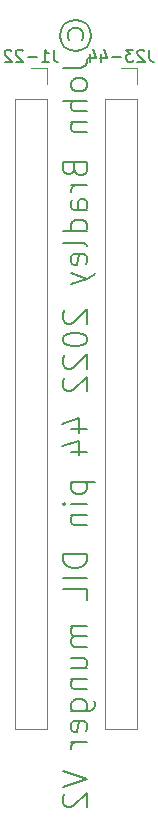
<source format=gbr>
%TF.GenerationSoftware,KiCad,Pcbnew,(6.0.4)*%
%TF.CreationDate,2022-05-05T12:14:13+01:00*%
%TF.ProjectId,LCC-QFP-44-to-DIL,4c43432d-5146-4502-9d34-342d746f2d44,rev?*%
%TF.SameCoordinates,Original*%
%TF.FileFunction,Legend,Bot*%
%TF.FilePolarity,Positive*%
%FSLAX46Y46*%
G04 Gerber Fmt 4.6, Leading zero omitted, Abs format (unit mm)*
G04 Created by KiCad (PCBNEW (6.0.4)) date 2022-05-05 12:14:13*
%MOMM*%
%LPD*%
G01*
G04 APERTURE LIST*
%ADD10C,0.150000*%
%ADD11C,0.120000*%
G04 APERTURE END LIST*
D10*
X140350952Y-89030952D02*
X140255714Y-88840476D01*
X140255714Y-88459523D01*
X140350952Y-88269047D01*
X140541428Y-88078571D01*
X140731904Y-87983333D01*
X141112857Y-87983333D01*
X141303333Y-88078571D01*
X141493809Y-88269047D01*
X141589047Y-88459523D01*
X141589047Y-88840476D01*
X141493809Y-89030952D01*
X139589047Y-88650000D02*
X139684285Y-88173809D01*
X139970000Y-87697619D01*
X140446190Y-87411904D01*
X140922380Y-87316666D01*
X141398571Y-87411904D01*
X141874761Y-87697619D01*
X142160476Y-88173809D01*
X142255714Y-88650000D01*
X142160476Y-89126190D01*
X141874761Y-89602380D01*
X141398571Y-89888095D01*
X140922380Y-89983333D01*
X140446190Y-89888095D01*
X139970000Y-89602380D01*
X139684285Y-89126190D01*
X139589047Y-88650000D01*
X139874761Y-91411904D02*
X141303333Y-91411904D01*
X141589047Y-91316666D01*
X141779523Y-91126190D01*
X141874761Y-90840476D01*
X141874761Y-90650000D01*
X141874761Y-92650000D02*
X141779523Y-92459523D01*
X141684285Y-92364285D01*
X141493809Y-92269047D01*
X140922380Y-92269047D01*
X140731904Y-92364285D01*
X140636666Y-92459523D01*
X140541428Y-92650000D01*
X140541428Y-92935714D01*
X140636666Y-93126190D01*
X140731904Y-93221428D01*
X140922380Y-93316666D01*
X141493809Y-93316666D01*
X141684285Y-93221428D01*
X141779523Y-93126190D01*
X141874761Y-92935714D01*
X141874761Y-92650000D01*
X141874761Y-94173809D02*
X139874761Y-94173809D01*
X141874761Y-95030952D02*
X140827142Y-95030952D01*
X140636666Y-94935714D01*
X140541428Y-94745238D01*
X140541428Y-94459523D01*
X140636666Y-94269047D01*
X140731904Y-94173809D01*
X140541428Y-95983333D02*
X141874761Y-95983333D01*
X140731904Y-95983333D02*
X140636666Y-96078571D01*
X140541428Y-96269047D01*
X140541428Y-96554761D01*
X140636666Y-96745238D01*
X140827142Y-96840476D01*
X141874761Y-96840476D01*
X140827142Y-99983333D02*
X140922380Y-100269047D01*
X141017619Y-100364285D01*
X141208095Y-100459523D01*
X141493809Y-100459523D01*
X141684285Y-100364285D01*
X141779523Y-100269047D01*
X141874761Y-100078571D01*
X141874761Y-99316666D01*
X139874761Y-99316666D01*
X139874761Y-99983333D01*
X139970000Y-100173809D01*
X140065238Y-100269047D01*
X140255714Y-100364285D01*
X140446190Y-100364285D01*
X140636666Y-100269047D01*
X140731904Y-100173809D01*
X140827142Y-99983333D01*
X140827142Y-99316666D01*
X141874761Y-101316666D02*
X140541428Y-101316666D01*
X140922380Y-101316666D02*
X140731904Y-101411904D01*
X140636666Y-101507142D01*
X140541428Y-101697619D01*
X140541428Y-101888095D01*
X141874761Y-103411904D02*
X140827142Y-103411904D01*
X140636666Y-103316666D01*
X140541428Y-103126190D01*
X140541428Y-102745238D01*
X140636666Y-102554761D01*
X141779523Y-103411904D02*
X141874761Y-103221428D01*
X141874761Y-102745238D01*
X141779523Y-102554761D01*
X141589047Y-102459523D01*
X141398571Y-102459523D01*
X141208095Y-102554761D01*
X141112857Y-102745238D01*
X141112857Y-103221428D01*
X141017619Y-103411904D01*
X141874761Y-105221428D02*
X139874761Y-105221428D01*
X141779523Y-105221428D02*
X141874761Y-105030952D01*
X141874761Y-104649999D01*
X141779523Y-104459523D01*
X141684285Y-104364285D01*
X141493809Y-104269047D01*
X140922380Y-104269047D01*
X140731904Y-104364285D01*
X140636666Y-104459523D01*
X140541428Y-104649999D01*
X140541428Y-105030952D01*
X140636666Y-105221428D01*
X141874761Y-106459523D02*
X141779523Y-106269047D01*
X141589047Y-106173809D01*
X139874761Y-106173809D01*
X141779523Y-107983333D02*
X141874761Y-107792857D01*
X141874761Y-107411904D01*
X141779523Y-107221428D01*
X141589047Y-107126190D01*
X140827142Y-107126190D01*
X140636666Y-107221428D01*
X140541428Y-107411904D01*
X140541428Y-107792857D01*
X140636666Y-107983333D01*
X140827142Y-108078571D01*
X141017619Y-108078571D01*
X141208095Y-107126190D01*
X140541428Y-108745238D02*
X141874761Y-109221428D01*
X140541428Y-109697619D02*
X141874761Y-109221428D01*
X142350952Y-109030952D01*
X142446190Y-108935714D01*
X142541428Y-108745238D01*
X140065238Y-111888095D02*
X139970000Y-111983333D01*
X139874761Y-112173809D01*
X139874761Y-112649999D01*
X139970000Y-112840476D01*
X140065238Y-112935714D01*
X140255714Y-113030952D01*
X140446190Y-113030952D01*
X140731904Y-112935714D01*
X141874761Y-111792857D01*
X141874761Y-113030952D01*
X139874761Y-114269047D02*
X139874761Y-114459523D01*
X139970000Y-114649999D01*
X140065238Y-114745238D01*
X140255714Y-114840476D01*
X140636666Y-114935714D01*
X141112857Y-114935714D01*
X141493809Y-114840476D01*
X141684285Y-114745238D01*
X141779523Y-114649999D01*
X141874761Y-114459523D01*
X141874761Y-114269047D01*
X141779523Y-114078571D01*
X141684285Y-113983333D01*
X141493809Y-113888095D01*
X141112857Y-113792857D01*
X140636666Y-113792857D01*
X140255714Y-113888095D01*
X140065238Y-113983333D01*
X139970000Y-114078571D01*
X139874761Y-114269047D01*
X140065238Y-115697619D02*
X139970000Y-115792857D01*
X139874761Y-115983333D01*
X139874761Y-116459523D01*
X139970000Y-116649999D01*
X140065238Y-116745238D01*
X140255714Y-116840476D01*
X140446190Y-116840476D01*
X140731904Y-116745238D01*
X141874761Y-115602380D01*
X141874761Y-116840476D01*
X140065238Y-117602380D02*
X139970000Y-117697619D01*
X139874761Y-117888095D01*
X139874761Y-118364285D01*
X139970000Y-118554761D01*
X140065238Y-118649999D01*
X140255714Y-118745238D01*
X140446190Y-118745238D01*
X140731904Y-118649999D01*
X141874761Y-117507142D01*
X141874761Y-118745238D01*
X140541428Y-121983333D02*
X141874761Y-121983333D01*
X139779523Y-121507142D02*
X141208095Y-121030952D01*
X141208095Y-122269047D01*
X140541428Y-123888095D02*
X141874761Y-123888095D01*
X139779523Y-123411904D02*
X141208095Y-122935714D01*
X141208095Y-124173809D01*
X140541428Y-126459523D02*
X142541428Y-126459523D01*
X140636666Y-126459523D02*
X140541428Y-126649999D01*
X140541428Y-127030952D01*
X140636666Y-127221428D01*
X140731904Y-127316666D01*
X140922380Y-127411904D01*
X141493809Y-127411904D01*
X141684285Y-127316666D01*
X141779523Y-127221428D01*
X141874761Y-127030952D01*
X141874761Y-126649999D01*
X141779523Y-126459523D01*
X141874761Y-128269047D02*
X140541428Y-128269047D01*
X139874761Y-128269047D02*
X139970000Y-128173809D01*
X140065238Y-128269047D01*
X139970000Y-128364285D01*
X139874761Y-128269047D01*
X140065238Y-128269047D01*
X140541428Y-129221428D02*
X141874761Y-129221428D01*
X140731904Y-129221428D02*
X140636666Y-129316666D01*
X140541428Y-129507142D01*
X140541428Y-129792857D01*
X140636666Y-129983333D01*
X140827142Y-130078571D01*
X141874761Y-130078571D01*
X141874761Y-132554761D02*
X139874761Y-132554761D01*
X139874761Y-133030952D01*
X139970000Y-133316666D01*
X140160476Y-133507142D01*
X140350952Y-133602380D01*
X140731904Y-133697619D01*
X141017619Y-133697619D01*
X141398571Y-133602380D01*
X141589047Y-133507142D01*
X141779523Y-133316666D01*
X141874761Y-133030952D01*
X141874761Y-132554761D01*
X141874761Y-134554761D02*
X139874761Y-134554761D01*
X141874761Y-136459523D02*
X141874761Y-135507142D01*
X139874761Y-135507142D01*
X141874761Y-138649999D02*
X140541428Y-138649999D01*
X140731904Y-138649999D02*
X140636666Y-138745238D01*
X140541428Y-138935714D01*
X140541428Y-139221428D01*
X140636666Y-139411904D01*
X140827142Y-139507142D01*
X141874761Y-139507142D01*
X140827142Y-139507142D02*
X140636666Y-139602380D01*
X140541428Y-139792857D01*
X140541428Y-140078571D01*
X140636666Y-140269047D01*
X140827142Y-140364285D01*
X141874761Y-140364285D01*
X140541428Y-142173809D02*
X141874761Y-142173809D01*
X140541428Y-141316666D02*
X141589047Y-141316666D01*
X141779523Y-141411904D01*
X141874761Y-141602380D01*
X141874761Y-141888095D01*
X141779523Y-142078571D01*
X141684285Y-142173809D01*
X140541428Y-143126190D02*
X141874761Y-143126190D01*
X140731904Y-143126190D02*
X140636666Y-143221428D01*
X140541428Y-143411904D01*
X140541428Y-143697619D01*
X140636666Y-143888095D01*
X140827142Y-143983333D01*
X141874761Y-143983333D01*
X140541428Y-145792857D02*
X142160476Y-145792857D01*
X142350952Y-145697619D01*
X142446190Y-145602380D01*
X142541428Y-145411904D01*
X142541428Y-145126190D01*
X142446190Y-144935714D01*
X141779523Y-145792857D02*
X141874761Y-145602380D01*
X141874761Y-145221428D01*
X141779523Y-145030952D01*
X141684285Y-144935714D01*
X141493809Y-144840476D01*
X140922380Y-144840476D01*
X140731904Y-144935714D01*
X140636666Y-145030952D01*
X140541428Y-145221428D01*
X140541428Y-145602380D01*
X140636666Y-145792857D01*
X141779523Y-147507142D02*
X141874761Y-147316666D01*
X141874761Y-146935714D01*
X141779523Y-146745238D01*
X141589047Y-146649999D01*
X140827142Y-146649999D01*
X140636666Y-146745238D01*
X140541428Y-146935714D01*
X140541428Y-147316666D01*
X140636666Y-147507142D01*
X140827142Y-147602380D01*
X141017619Y-147602380D01*
X141208095Y-146649999D01*
X141874761Y-148459523D02*
X140541428Y-148459523D01*
X140922380Y-148459523D02*
X140731904Y-148554761D01*
X140636666Y-148649999D01*
X140541428Y-148840476D01*
X140541428Y-149030952D01*
X139874761Y-150935714D02*
X141874761Y-151602380D01*
X139874761Y-152269047D01*
X140065238Y-152840476D02*
X139970000Y-152935714D01*
X139874761Y-153126190D01*
X139874761Y-153602380D01*
X139970000Y-153792857D01*
X140065238Y-153888095D01*
X140255714Y-153983333D01*
X140446190Y-153983333D01*
X140731904Y-153888095D01*
X141874761Y-152745238D01*
X141874761Y-153983333D01*
%TO.C,J1-22*%
X139064761Y-89832380D02*
X139064761Y-90546666D01*
X139112380Y-90689523D01*
X139207619Y-90784761D01*
X139350476Y-90832380D01*
X139445714Y-90832380D01*
X138064761Y-90832380D02*
X138636190Y-90832380D01*
X138350476Y-90832380D02*
X138350476Y-89832380D01*
X138445714Y-89975238D01*
X138540952Y-90070476D01*
X138636190Y-90118095D01*
X137636190Y-90451428D02*
X136874285Y-90451428D01*
X136445714Y-89927619D02*
X136398095Y-89880000D01*
X136302857Y-89832380D01*
X136064761Y-89832380D01*
X135969523Y-89880000D01*
X135921904Y-89927619D01*
X135874285Y-90022857D01*
X135874285Y-90118095D01*
X135921904Y-90260952D01*
X136493333Y-90832380D01*
X135874285Y-90832380D01*
X135493333Y-89927619D02*
X135445714Y-89880000D01*
X135350476Y-89832380D01*
X135112380Y-89832380D01*
X135017142Y-89880000D01*
X134969523Y-89927619D01*
X134921904Y-90022857D01*
X134921904Y-90118095D01*
X134969523Y-90260952D01*
X135540952Y-90832380D01*
X134921904Y-90832380D01*
%TO.C,J23-44*%
X147160952Y-89832380D02*
X147160952Y-90546666D01*
X147208571Y-90689523D01*
X147303809Y-90784761D01*
X147446666Y-90832380D01*
X147541904Y-90832380D01*
X146732380Y-89927619D02*
X146684761Y-89880000D01*
X146589523Y-89832380D01*
X146351428Y-89832380D01*
X146256190Y-89880000D01*
X146208571Y-89927619D01*
X146160952Y-90022857D01*
X146160952Y-90118095D01*
X146208571Y-90260952D01*
X146780000Y-90832380D01*
X146160952Y-90832380D01*
X145827619Y-89832380D02*
X145208571Y-89832380D01*
X145541904Y-90213333D01*
X145399047Y-90213333D01*
X145303809Y-90260952D01*
X145256190Y-90308571D01*
X145208571Y-90403809D01*
X145208571Y-90641904D01*
X145256190Y-90737142D01*
X145303809Y-90784761D01*
X145399047Y-90832380D01*
X145684761Y-90832380D01*
X145780000Y-90784761D01*
X145827619Y-90737142D01*
X144780000Y-90451428D02*
X144018095Y-90451428D01*
X143113333Y-90165714D02*
X143113333Y-90832380D01*
X143351428Y-89784761D02*
X143589523Y-90499047D01*
X142970476Y-90499047D01*
X142160952Y-90165714D02*
X142160952Y-90832380D01*
X142399047Y-89784761D02*
X142637142Y-90499047D01*
X142018095Y-90499047D01*
D11*
%TO.C,J1-22*%
X135830000Y-93980000D02*
X135830000Y-147380000D01*
X138490000Y-93980000D02*
X138490000Y-147380000D01*
X138490000Y-147380000D02*
X135830000Y-147380000D01*
X138490000Y-91380000D02*
X137160000Y-91380000D01*
X138490000Y-92710000D02*
X138490000Y-91380000D01*
X138490000Y-93980000D02*
X135830000Y-93980000D01*
%TO.C,J23-44*%
X143450000Y-93980000D02*
X143450000Y-147380000D01*
X146110000Y-93980000D02*
X146110000Y-147380000D01*
X146110000Y-92710000D02*
X146110000Y-91380000D01*
X146110000Y-147380000D02*
X143450000Y-147380000D01*
X146110000Y-93980000D02*
X143450000Y-93980000D01*
X146110000Y-91380000D02*
X144780000Y-91380000D01*
%TD*%
M02*

</source>
